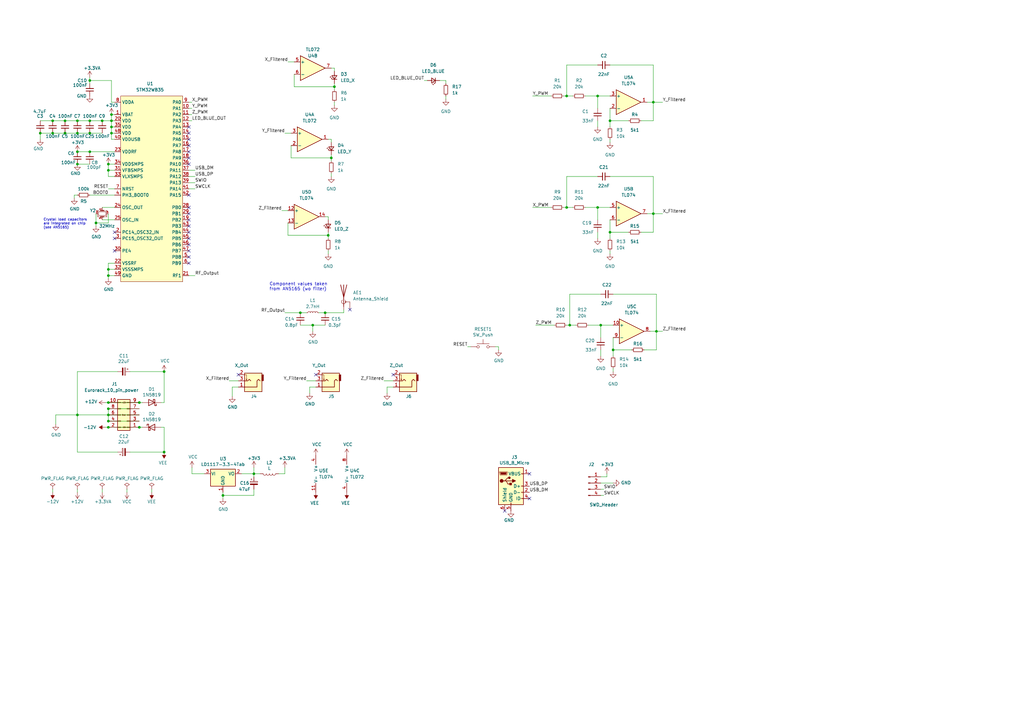
<source format=kicad_sch>
(kicad_sch (version 20211123) (generator eeschema)
  (paper "A3")
  (junction (at 233.68 133.35))
  (junction (at 267.97 87.63))
  (junction (at 246.38 133.35))
  (junction (at 31.75 49.53))
  (junction (at 251.46 143.51))
  (junction (at 31.75 170.18))
  (junction (at 135.89 64.77))
  (junction (at 123.19 128.27))
  (junction (at 57.15 175.26))
  (junction (at 45.72 52.07))
  (junction (at 104.14 194.31))
  (junction (at 26.67 54.61))
  (junction (at 137.16 35.56))
  (junction (at 133.35 128.27))
  (junction (at 57.15 165.1))
  (junction (at 91.44 203.2))
  (junction (at 44.45 172.72))
  (junction (at 134.62 96.52))
  (junction (at 36.83 62.23))
  (junction (at 36.83 33.02))
  (junction (at 184.15 -78.74))
  (junction (at 44.45 113.03))
  (junction (at 189.23 -83.82))
  (junction (at 36.83 54.61))
  (junction (at 170.18 -50.8))
  (junction (at 128.27 133.35))
  (junction (at 44.45 67.31))
  (junction (at 21.59 49.53))
  (junction (at 232.41 85.09))
  (junction (at 44.45 69.85))
  (junction (at 44.45 170.18))
  (junction (at 31.75 62.23))
  (junction (at 39.37 91.44))
  (junction (at 250.19 95.25))
  (junction (at 269.24 135.89))
  (junction (at 36.83 49.53))
  (junction (at 16.51 54.61))
  (junction (at 41.91 49.53))
  (junction (at 21.59 54.61))
  (junction (at 232.41 39.37))
  (junction (at 45.72 49.53))
  (junction (at 250.19 49.53))
  (junction (at 44.45 175.26))
  (junction (at 165.1 -45.72))
  (junction (at 67.31 152.4))
  (junction (at 44.45 167.64))
  (junction (at 26.67 49.53))
  (junction (at 245.11 39.37))
  (junction (at 245.11 85.09))
  (junction (at 31.75 54.61))
  (junction (at 31.75 67.31))
  (junction (at 267.97 41.91))
  (junction (at 45.72 46.99))
  (junction (at 44.45 165.1))
  (junction (at 179.07 -83.82))
  (junction (at 160.02 -50.8))
  (junction (at 44.45 110.49))
  (junction (at 67.31 185.42))
  (junction (at 45.72 54.61))
  (no_connect (at 77.47 95.25))
  (no_connect (at 46.99 95.25))
  (no_connect (at 77.47 90.17))
  (no_connect (at 97.79 153.67))
  (no_connect (at 207.01 209.55))
  (no_connect (at 157.48 -83.82))
  (no_connect (at 77.47 107.95))
  (no_connect (at 201.93 -50.8))
  (no_connect (at 196.85 -85.09))
  (no_connect (at 77.47 59.69))
  (no_connect (at 77.47 85.09))
  (no_connect (at 77.47 100.33))
  (no_connect (at 77.47 102.87))
  (no_connect (at 77.47 87.63))
  (no_connect (at 77.47 64.77))
  (no_connect (at 77.47 62.23))
  (no_connect (at 77.47 80.01))
  (no_connect (at 77.47 67.31))
  (no_connect (at 77.47 92.71))
  (no_connect (at 129.54 153.67))
  (no_connect (at 77.47 105.41))
  (no_connect (at 46.99 97.79))
  (no_connect (at 77.47 97.79))
  (no_connect (at 77.47 54.61))
  (no_connect (at 77.47 52.07))
  (no_connect (at 157.48 -50.8))
  (no_connect (at 217.17 204.47))
  (no_connect (at 161.29 153.67))
  (no_connect (at 77.47 57.15))
  (no_connect (at 143.51 127))
  (no_connect (at 46.99 102.87))
  (no_connect (at 217.17 194.31))
  (wire (pts (xy 161.29 158.75) (xy 158.75 158.75)))
  (wire (pts (xy 134.62 96.52) (xy 134.62 97.79)))
  (wire (pts (xy 104.14 191.77) (xy 104.14 194.31)))
  (wire (pts (xy 104.14 194.31) (xy 104.14 195.58)))
  (wire (pts (xy 46.99 41.91) (xy 45.72 41.91)))
  (wire (pts (xy 265.43 87.63) (xy 267.97 87.63)))
  (wire (pts (xy 91.44 201.93) (xy 91.44 203.2)))
  (wire (pts (xy 245.11 72.39) (xy 232.41 72.39)))
  (wire (pts (xy 22.86 173.99) (xy 22.86 170.18)))
  (wire (pts (xy 134.62 102.87) (xy 134.62 104.14)))
  (wire (pts (xy 246.38 143.51) (xy 246.38 146.05)))
  (wire (pts (xy 250.19 90.17) (xy 250.19 95.25)))
  (wire (pts (xy 43.18 175.26) (xy 44.45 175.26)))
  (wire (pts (xy 246.38 195.58) (xy 248.92 195.58)))
  (wire (pts (xy 31.75 185.42) (xy 31.75 170.18)))
  (wire (pts (xy 36.83 80.01) (xy 46.99 80.01)))
  (wire (pts (xy 251.46 138.43) (xy 251.46 143.51)))
  (wire (pts (xy 250.19 102.87) (xy 250.19 104.14)))
  (wire (pts (xy 77.47 41.91) (xy 78.74 41.91)))
  (wire (pts (xy 120.65 30.48) (xy 120.65 35.56)))
  (wire (pts (xy 120.65 35.56) (xy 137.16 35.56)))
  (wire (pts (xy 135.89 27.94) (xy 137.16 27.94)))
  (wire (pts (xy 245.11 39.37) (xy 250.19 39.37)))
  (wire (pts (xy 269.24 120.65) (xy 269.24 135.89)))
  (wire (pts (xy 123.19 128.27) (xy 125.73 128.27)))
  (wire (pts (xy 21.59 49.53) (xy 26.67 49.53)))
  (wire (pts (xy 31.75 152.4) (xy 31.75 170.18)))
  (wire (pts (xy 31.75 67.31) (xy 36.83 67.31)))
  (wire (pts (xy 189.23 -83.82) (xy 196.85 -83.82)))
  (wire (pts (xy 246.38 133.35) (xy 251.46 133.35)))
  (wire (pts (xy 44.45 69.85) (xy 44.45 67.31)))
  (wire (pts (xy 191.77 142.24) (xy 193.04 142.24)))
  (wire (pts (xy 182.88 33.02) (xy 182.88 34.29)))
  (wire (pts (xy 140.97 128.27) (xy 140.97 127)))
  (wire (pts (xy 97.79 156.21) (xy 93.98 156.21)))
  (wire (pts (xy 184.15 -78.74) (xy 189.23 -78.74)))
  (wire (pts (xy 95.25 158.75) (xy 95.25 162.56)))
  (wire (pts (xy 77.47 49.53) (xy 78.74 49.53)))
  (wire (pts (xy 251.46 143.51) (xy 259.08 143.51)))
  (wire (pts (xy 77.47 113.03) (xy 80.01 113.03)))
  (wire (pts (xy 240.03 85.09) (xy 245.11 85.09)))
  (wire (pts (xy 157.48 -50.8) (xy 160.02 -50.8)))
  (wire (pts (xy 16.51 49.53) (xy 21.59 49.53)))
  (wire (pts (xy 45.72 49.53) (xy 45.72 52.07)))
  (wire (pts (xy 226.06 39.37) (xy 218.44 39.37)))
  (wire (pts (xy 77.47 77.47) (xy 80.01 77.47)))
  (wire (pts (xy 41.91 90.17) (xy 46.99 90.17)))
  (wire (pts (xy 137.16 41.91) (xy 137.16 43.18)))
  (wire (pts (xy 182.88 39.37) (xy 182.88 40.64)))
  (wire (pts (xy 16.51 54.61) (xy 16.51 57.15)))
  (wire (pts (xy 137.16 35.56) (xy 137.16 36.83)))
  (wire (pts (xy 135.89 58.42) (xy 135.89 57.15)))
  (wire (pts (xy 104.14 200.66) (xy 104.14 203.2)))
  (wire (pts (xy 118.11 25.4) (xy 120.65 25.4)))
  (wire (pts (xy 44.45 91.44) (xy 39.37 91.44)))
  (wire (pts (xy 161.29 156.21) (xy 157.48 156.21)))
  (wire (pts (xy 251.46 143.51) (xy 251.46 146.05)))
  (wire (pts (xy 128.27 133.35) (xy 128.27 135.89)))
  (wire (pts (xy 246.38 198.12) (xy 251.46 198.12)))
  (wire (pts (xy 115.57 86.36) (xy 118.11 86.36)))
  (wire (pts (xy 44.45 67.31) (xy 46.99 67.31)))
  (wire (pts (xy 67.31 175.26) (xy 67.31 185.42)))
  (wire (pts (xy 41.91 49.53) (xy 45.72 49.53)))
  (wire (pts (xy 45.72 57.15) (xy 46.99 57.15)))
  (wire (pts (xy 26.67 49.53) (xy 31.75 49.53)))
  (wire (pts (xy 264.16 143.51) (xy 269.24 143.51)))
  (wire (pts (xy 26.67 54.61) (xy 31.75 54.61)))
  (wire (pts (xy 77.47 44.45) (xy 78.74 44.45)))
  (wire (pts (xy 127 158.75) (xy 127 161.29)))
  (wire (pts (xy 232.41 85.09) (xy 234.95 85.09)))
  (wire (pts (xy 44.45 69.85) (xy 46.99 69.85)))
  (wire (pts (xy 184.15 -78.74) (xy 184.15 -76.2)))
  (wire (pts (xy 41.91 85.09) (xy 46.99 85.09)))
  (wire (pts (xy 118.11 91.44) (xy 118.11 96.52)))
  (wire (pts (xy 78.74 194.31) (xy 83.82 194.31)))
  (wire (pts (xy 248.92 195.58) (xy 248.92 194.31)))
  (wire (pts (xy 250.19 57.15) (xy 250.19 58.42)))
  (wire (pts (xy 66.04 165.1) (xy 67.31 165.1)))
  (wire (pts (xy 57.15 175.26) (xy 58.42 175.26)))
  (wire (pts (xy 160.02 -50.8) (xy 162.56 -50.8)))
  (wire (pts (xy 44.45 72.39) (xy 44.45 69.85)))
  (wire (pts (xy 43.18 165.1) (xy 44.45 165.1)))
  (wire (pts (xy 233.68 133.35) (xy 236.22 133.35)))
  (wire (pts (xy 137.16 35.56) (xy 137.16 34.29)))
  (wire (pts (xy 232.41 72.39) (xy 232.41 85.09)))
  (wire (pts (xy 41.91 200.66) (xy 41.91 201.93)))
  (wire (pts (xy 262.89 95.25) (xy 267.97 95.25)))
  (wire (pts (xy 250.19 49.53) (xy 257.81 49.53)))
  (wire (pts (xy 104.14 194.31) (xy 106.68 194.31)))
  (wire (pts (xy 116.84 128.27) (xy 123.19 128.27)))
  (wire (pts (xy 45.72 54.61) (xy 45.72 57.15)))
  (wire (pts (xy 45.72 52.07) (xy 46.99 52.07)))
  (wire (pts (xy 36.83 54.61) (xy 41.91 54.61)))
  (wire (pts (xy 133.35 128.27) (xy 140.97 128.27)))
  (wire (pts (xy 232.41 133.35) (xy 233.68 133.35)))
  (wire (pts (xy 245.11 95.25) (xy 245.11 97.79)))
  (wire (pts (xy 39.37 91.44) (xy 39.37 92.71)))
  (wire (pts (xy 245.11 49.53) (xy 245.11 52.07)))
  (wire (pts (xy 31.75 200.66) (xy 31.75 201.93)))
  (wire (pts (xy 31.75 54.61) (xy 36.83 54.61)))
  (wire (pts (xy 262.89 49.53) (xy 267.97 49.53)))
  (wire (pts (xy 265.43 41.91) (xy 267.97 41.91)))
  (wire (pts (xy 267.97 49.53) (xy 267.97 41.91)))
  (wire (pts (xy 137.16 29.21) (xy 137.16 27.94)))
  (wire (pts (xy 30.48 80.01) (xy 31.75 80.01)))
  (wire (pts (xy 158.75 158.75) (xy 158.75 161.29)))
  (wire (pts (xy 16.51 54.61) (xy 21.59 54.61)))
  (wire (pts (xy 227.33 133.35) (xy 219.71 133.35)))
  (wire (pts (xy 53.34 185.42) (xy 67.31 185.42)))
  (wire (pts (xy 267.97 95.25) (xy 267.97 87.63)))
  (wire (pts (xy 170.18 -50.8) (xy 176.53 -50.8)))
  (wire (pts (xy 22.86 170.18) (xy 31.75 170.18)))
  (wire (pts (xy 31.75 152.4) (xy 48.26 152.4)))
  (wire (pts (xy 134.62 96.52) (xy 134.62 95.25)))
  (wire (pts (xy 233.68 120.65) (xy 233.68 133.35)))
  (wire (pts (xy 134.62 90.17) (xy 134.62 88.9)))
  (wire (pts (xy 118.11 96.52) (xy 134.62 96.52)))
  (wire (pts (xy 62.23 200.66) (xy 62.23 201.93)))
  (wire (pts (xy 172.72 -83.82) (xy 179.07 -83.82)))
  (wire (pts (xy 247.65 203.2) (xy 246.38 203.2)))
  (wire (pts (xy 129.54 158.75) (xy 127 158.75)))
  (wire (pts (xy 231.14 85.09) (xy 232.41 85.09)))
  (wire (pts (xy 246.38 120.65) (xy 233.68 120.65)))
  (wire (pts (xy 240.03 39.37) (xy 245.11 39.37)))
  (wire (pts (xy 119.38 59.69) (xy 119.38 64.77)))
  (wire (pts (xy 135.89 64.77) (xy 135.89 63.5)))
  (wire (pts (xy 45.72 46.99) (xy 45.72 49.53)))
  (wire (pts (xy 57.15 170.18) (xy 44.45 170.18)))
  (wire (pts (xy 267.97 87.63) (xy 271.78 87.63)))
  (wire (pts (xy 204.47 142.24) (xy 204.47 143.51)))
  (wire (pts (xy 135.89 71.12) (xy 135.89 72.39)))
  (wire (pts (xy 67.31 165.1) (xy 67.31 152.4)))
  (wire (pts (xy 44.45 113.03) (xy 44.45 110.49)))
  (wire (pts (xy 44.45 87.63) (xy 44.45 91.44)))
  (wire (pts (xy 66.04 175.26) (xy 67.31 175.26)))
  (wire (pts (xy 129.54 156.21) (xy 125.73 156.21)))
  (wire (pts (xy 53.34 152.4) (xy 67.31 152.4)))
  (wire (pts (xy 78.74 191.77) (xy 78.74 194.31)))
  (wire (pts (xy 57.15 165.1) (xy 58.42 165.1)))
  (wire (pts (xy 45.72 33.02) (xy 45.72 41.91)))
  (wire (pts (xy 44.45 165.1) (xy 57.15 165.1)))
  (wire (pts (xy 57.15 167.64) (xy 44.45 167.64)))
  (wire (pts (xy 165.1 -45.72) (xy 170.18 -45.72)))
  (wire (pts (xy 91.44 203.2) (xy 91.44 204.47)))
  (wire (pts (xy 250.19 95.25) (xy 250.19 97.79)))
  (wire (pts (xy 39.37 91.44) (xy 39.37 87.63)))
  (wire (pts (xy 31.75 49.53) (xy 36.83 49.53)))
  (wire (pts (xy 173.99 33.02) (xy 175.26 33.02)))
  (wire (pts (xy 250.19 44.45) (xy 250.19 49.53)))
  (wire (pts (xy 250.19 49.53) (xy 250.19 52.07)))
  (wire (pts (xy 45.72 46.99) (xy 46.99 46.99)))
  (wire (pts (xy 231.14 39.37) (xy 232.41 39.37)))
  (wire (pts (xy 232.41 39.37) (xy 234.95 39.37)))
  (wire (pts (xy 135.89 64.77) (xy 135.89 66.04)))
  (wire (pts (xy 44.45 170.18) (xy 44.45 172.72)))
  (wire (pts (xy 179.07 -83.82) (xy 181.61 -83.82)))
  (wire (pts (xy 44.45 175.26) (xy 57.15 175.26)))
  (wire (pts (xy 196.85 -83.82) (xy 196.85 -85.09)))
  (wire (pts (xy 167.64 -50.8) (xy 170.18 -50.8)))
  (wire (pts (xy 250.19 95.25) (xy 257.81 95.25)))
  (wire (pts (xy 246.38 200.66) (xy 247.65 200.66)))
  (wire (pts (xy 31.75 62.23) (xy 36.83 62.23)))
  (wire (pts (xy 45.72 49.53) (xy 46.99 49.53)))
  (wire (pts (xy 245.11 85.09) (xy 250.19 85.09)))
  (wire (pts (xy 269.24 143.51) (xy 269.24 135.89)))
  (wire (pts (xy 45.72 52.07) (xy 45.72 54.61)))
  (wire (pts (xy 266.7 135.89) (xy 269.24 135.89)))
  (wire (pts (xy 130.81 128.27) (xy 133.35 128.27)))
  (wire (pts (xy 165.1 -45.72) (xy 165.1 -43.18)))
  (wire (pts (xy 99.06 194.31) (xy 104.14 194.31)))
  (wire (pts (xy 246.38 133.35) (xy 246.38 138.43)))
  (wire (pts (xy 245.11 39.37) (xy 245.11 44.45)))
  (wire (pts (xy 179.07 -78.74) (xy 184.15 -78.74)))
  (wire (pts (xy 57.15 172.72) (xy 44.45 172.72)))
  (wire (pts (xy 116.84 54.61) (xy 119.38 54.61)))
  (wire (pts (xy 91.44 203.2) (xy 104.14 203.2)))
  (wire (pts (xy 267.97 72.39) (xy 267.97 87.63)))
  (wire (pts (xy 45.72 33.02) (xy 36.83 33.02)))
  (wire (pts (xy 251.46 151.13) (xy 251.46 152.4)))
  (wire (pts (xy 36.83 62.23) (xy 46.99 62.23)))
  (wire (pts (xy 180.34 33.02) (xy 182.88 33.02)))
  (wire (pts (xy 44.45 114.3) (xy 44.45 113.03)))
  (wire (pts (xy 251.46 120.65) (xy 269.24 120.65)))
  (wire (pts (xy 21.59 54.61) (xy 26.67 54.61)))
  (wire (pts (xy 21.59 200.66) (xy 21.59 201.93)))
  (wire (pts (xy 77.47 46.99) (xy 78.74 46.99)))
  (wire (pts (xy 77.47 74.93) (xy 80.01 74.93)))
  (wire (pts (xy 36.83 33.02) (xy 36.83 34.29)))
  (wire (pts (xy 44.45 113.03) (xy 46.99 113.03)))
  (wire (pts (xy 203.2 142.24) (xy 204.47 142.24)))
  (wire (pts (xy 250.19 26.67) (xy 267.97 26.67)))
  (wire (pts (xy 267.97 26.67) (xy 267.97 41.91)))
  (wire (pts (xy 116.84 194.31) (xy 114.3 194.31)))
  (wire (pts (xy 226.06 85.09) (xy 218.44 85.09)))
  (wire (pts (xy 186.69 -83.82) (xy 189.23 -83.82)))
  (wire (pts (xy 267.97 41.91) (xy 271.78 41.91)))
  (wire (pts (xy 241.3 133.35) (xy 246.38 133.35)))
  (wire (pts (xy 52.07 200.66) (xy 52.07 201.93)))
  (wire (pts (xy 77.47 72.39) (xy 80.01 72.39)))
  (wire (pts (xy 250.19 72.39) (xy 267.97 72.39)))
  (wire (pts (xy 44.45 110.49) (xy 46.99 110.49)))
  (wire (pts (xy 36.83 31.75) (xy 36.83 33.02)))
  (wire (pts (xy 44.45 167.64) (xy 44.45 170.18)))
  (wire (pts (xy 119.38 64.77) (xy 135.89 64.77)))
  (wire (pts (xy 160.02 -45.72) (xy 165.1 -45.72)))
  (wire (pts (xy 123.19 133.35) (xy 128.27 133.35)))
  (wire (pts (xy 133.35 88.9) (xy 134.62 88.9)))
  (wire (pts (xy 134.62 57.15) (xy 135.89 57.15)))
  (wire (pts (xy 97.79 158.75) (xy 95.25 158.75)))
  (wire (pts (xy 269.24 135.89) (xy 271.78 135.89)))
  (wire (pts (xy 128.27 133.35) (xy 133.35 133.35)))
  (wire (pts (xy 30.48 81.28) (xy 30.48 80.01)))
  (wire (pts (xy 44.45 77.47) (xy 46.99 77.47)))
  (wire (pts (xy 31.75 185.42) (xy 48.26 185.42)))
  (wire (pts (xy 245.11 85.09) (xy 245.11 90.17)))
  (wire (pts (xy 46.99 72.39) (xy 44.45 72.39)))
  (wire (pts (xy 44.45 107.95) (xy 46.99 107.95)))
  (wire (pts (xy 232.41 26.67) (xy 232.41 39.37)))
  (wire (pts (xy 245.11 26.67) (xy 232.41 26.67)))
  (wire (pts (xy 116.84 191.77) (xy 116.84 194.31)))
  (wire (pts (xy 31.75 170.18) (xy 44.45 170.18)))
  (wire (pts (xy 44.45 110.49) (xy 44.45 107.95)))
  (wire (pts (xy 45.72 54.61) (xy 46.99 54.61)))
  (wire (pts (xy 77.47 69.85) (xy 80.01 69.85)))
  (wire (pts (xy 36.83 49.53) (xy 41.91 49.53)))
  (text "Component values taken \nfrom AN5165 (wo filter)" (at 110.49 119.38 0) (effects (font (size 1.27 1.27)) (justify left bottom)))
  (text "Crystal load capacitors\nare integrated on chip\n(see AN5165)" (at 17.78 93.98 0) (effects (font (size 1 1)) (justify left bottom)))
  (label "RESET" (at 191.77 142.24 180))
  (label "SWCLK" (at 80.01 77.47 0))
  (label "USB_DP" (at 80.01 72.39 0))
  (label "BOOT0" (at 38.1 80.01 0))
  (label "RESET" (at 44.45 77.47 180))
  (label "USB_DM" (at 80.01 69.85 0))
  (label "SWCLK" (at 247.65 203.2 0))
  (label "USB_DP" (at 217.17 199.39 0))
  (label "Y_PWM" (at 218.44 39.37 0))
  (label "Z_Filtered" (at 271.78 135.89 0))
  (label "USB_DM" (at 217.17 201.93 0))
  (label "Y_Filtered" (at 125.73 156.21 180))
  (label "SWIO" (at 247.65 200.66 0))
  (label "RF_Output" (at 116.84 128.27 180))
  (label "Y_Filtered" (at 116.84 54.61 180))
  (label "LED_BLUE_OUT" (at 78.74 49.53 0))
  (label "Z_PWM" (at 219.71 133.35 0))
  (label "Z_PWM" (at 78.74 46.99 0))
  (label "X_Filtered" (at 93.98 156.21 180))
  (label "RF_Output" (at 80.01 113.03 0))
  (label "Z_Filtered" (at 115.57 86.36 180))
  (label "Y_Filtered" (at 271.78 41.91 0))
  (label "X_Filtered" (at 118.11 25.4 180))
  (label "X_PWM" (at 78.74 41.91 0))
  (label "SWIO" (at 80.01 74.93 0))
  (label "LED_BLUE_OUT" (at 173.99 33.02 180))
  (label "Y_PWM" (at 78.74 44.45 0))
  (label "X_Filtered" (at 271.78 87.63 0))
  (label "X_PWM" (at 218.44 85.09 0))
  (label "Z_Filtered" (at 157.48 156.21 180))
  (symbol (lib_id "Device:Antenna_Shield") (at 140.97 121.92 0) (unit 1)
    (property "Reference" "AE1" (at 144.78 120.0149 0) (effects (justify left)))
    (property "Value" "Antenna_Shield" (at 144.78 122.5549 0) (effects (justify left)))
    (property "Footprint" "Custom_Footprints:NN01_102" (effects hide))
  )
  (symbol (lib_id "Eurorack_Header:Eurorack_10_pin_power") (at 52.07 170.18 180) (unit 1)
    (property "Reference" "J1" (at 46.99 157.48 0))
    (property "Value" "Eurorack_10_pin_power" (at 45.72 160.02 0))
    (property "Footprint" "Custom_Footprints:Eurorack_10_pin_header" (effects hide))
  )
  (symbol (lib_id "power:GND") (at 245.11 97.79 0) (unit 1)
    (property "Reference" "#PWR041" (effects hide))
    (property "Value" "GND" (at 245.11 102.87 0))
  )
  (symbol (lib_id "power:GND") (at 251.46 152.4 0) (unit 1)
    (property "Reference" "#PWR044" (effects hide))
    (property "Value" "GND" (at 251.46 157.48 0))
  )
  (symbol (lib_id "Device:Crystal_GND24_Small") (at 41.91 87.63 270) (unit 1)
    (property "Reference" "Y2" (at 36.83 86.36 90) (effects (justify left)))
    (property "Value" "32MHz" (at 40.64 92.71 90) (effects (justify left)))
    (property "Footprint" "Crystal:Crystal_SMD_Abracon_ABM10-4Pin_2.5x2.0mm" (effects hide))
  )
  (symbol (lib_id "Device:R_Small") (at 237.49 85.09 90) (unit 1)
    (property "Reference" "R11" (at 237.49 78.74 90))
    (property "Value" "20k" (at 237.49 81.28 90))
    (property "Footprint" "Resistor_SMD:R_0603_1608Metric" (effects hide))
  )
  (symbol (lib_id "power:GND") (at 158.75 161.29 0) (unit 1)
    (property "Reference" "#PWR038" (effects hide))
    (property "Value" "GND" (at 158.877 165.6842 0))
  )
  (symbol (lib_id "power:GND") (at 39.37 92.71 0) (unit 1)
    (property "Reference" "#PWR0105" (effects hide))
    (property "Value" "GND" (at 39.497 97.1042 0))
  )
  (symbol (lib_id "power:PWR_FLAG") (at 31.75 200.66 0) (unit 1)
    (property "Reference" "#FLG02" (effects hide))
    (property "Value" "PWR_FLAG" (at 31.75 196.2404 0))
  )
  (symbol (lib_id "Device:C_Small") (at 245.11 92.71 180) (unit 1)
    (property "Reference" "C19" (at 238.76 91.4399 0) (effects (justify right)))
    (property "Value" "33nF" (at 238.76 95.2499 0) (effects (justify right)))
    (property "Footprint" "Capacitor_SMD:C_0603_1608Metric" (effects hide))
  )
  (symbol (lib_id "power:GND") (at 91.44 204.47 0) (unit 1)
    (property "Reference" "#PWR022" (effects hide))
    (property "Value" "GND" (at 91.567 208.8642 0))
  )
  (symbol (lib_id "Device:R_Small") (at 228.6 85.09 90) (unit 1)
    (property "Reference" "R9" (at 228.6 78.74 90))
    (property "Value" "20k" (at 228.6 81.28 90))
    (property "Footprint" "Resistor_SMD:R_0603_1608Metric" (effects hide))
  )
  (symbol (lib_id "power:GND") (at 165.1 -43.18 0) (unit 1)
    (property "Reference" "#PWR0104" (effects hide))
    (property "Value" "GND" (at 165.227 -38.7858 0))
  )
  (symbol (lib_id "power:PWR_FLAG") (at 52.07 200.66 0) (unit 1)
    (property "Reference" "#FLG04" (effects hide))
    (property "Value" "PWR_FLAG" (at 52.07 196.2404 0))
  )
  (symbol (lib_id "power:VCC") (at 52.07 201.93 180) (unit 1)
    (property "Reference" "#PWR016" (effects hide))
    (property "Value" "VCC" (at 52.07 205.74 0))
  )
  (symbol (lib_id "power:GND") (at 137.16 43.18 0) (unit 1)
    (property "Reference" "#PWR025" (effects hide))
    (property "Value" "GND" (at 137.16 48.26 0))
  )
  (symbol (lib_id "Device:C_Polarized_Small") (at 104.14 198.12 0) (unit 1)
    (property "Reference" "C16" (at 100.33 198.12 0))
    (property "Value" "47uF" (at 100.33 200.66 0))
    (property "Footprint" "Capacitor_SMD:CP_Elec_5x5.8" (effects hide))
    (property "Part_Number" "C134798" (effects hide))
    (property "Rotation" "360" (effects hide))
  )
  (symbol (lib_id "power:+3.3V") (at 248.92 194.31 0) (unit 1)
    (property "Reference" "#PWR029" (effects hide))
    (property "Value" "+3.3V" (at 246.38 190.5 0) (effects (justify left)))
  )
  (symbol (lib_id "Device:R_Small") (at 229.87 133.35 90) (unit 1)
    (property "Reference" "R10" (at 229.87 127 90))
    (property "Value" "20k" (at 229.87 129.54 90))
    (property "Footprint" "Resistor_SMD:R_0603_1608Metric" (effects hide))
  )
  (symbol (lib_id "Device:R_Small") (at 238.76 133.35 90) (unit 1)
    (property "Reference" "R12" (at 238.76 127 90))
    (property "Value" "20k" (at 238.76 129.54 90))
    (property "Footprint" "Resistor_SMD:R_0603_1608Metric" (effects hide))
  )
  (symbol (lib_id "Wurth_748351124:Wurth_748351124") (at 186.69 -50.8 0) (unit 1)
    (property "Reference" "FL1" (at 186.69 -63.5 0))
    (property "Value" "Wurth_748351124" (at 186.69 -60.96 0))
    (property "Footprint" "Custom_Footprints:Wurth_2.4GHz_Filter_2.5mm_2.0mm" (effects hide))
    (property "Datasheet" "https://www.mouser.co.uk/ProductDetail/Wurth-Elektronik/748351124?qs=%252BUQ4csG8Rse%252BzGb8ddaaqg%3D%3D" (effects hide))
  )
  (symbol (lib_id "Device:R_Small") (at 137.16 39.37 180) (unit 1)
    (property "Reference" "R6" (at 139.7 38.0999 0) (effects (justify right)))
    (property "Value" "1k" (at 139.7 40.6399 0) (effects (justify right)))
    (property "Footprint" "Resistor_SMD:R_0603_1608Metric" (effects hide))
  )
  (symbol (lib_id "Device:LED_Small") (at 135.89 60.96 90) (unit 1)
    (property "Reference" "D4" (at 138.43 59.6264 90) (effects (justify right)))
    (property "Value" "LED_Y" (at 138.43 62.1664 90) (effects (justify right)))
    (property "Footprint" "LED_THT:LED_D3.0mm_FlatTop" (effects hide))
  )
  (symbol (lib_id "power:GND") (at 128.27 135.89 0) (unit 1)
    (property "Reference" "#PWR023" (effects hide))
    (property "Value" "GND" (at 128.397 140.2842 0))
  )
  (symbol (lib_id "Device:R_Small") (at 261.62 143.51 90) (unit 1)
    (property "Reference" "R16" (at 261.62 140.97 90))
    (property "Value" "5k1" (at 261.62 147.32 90))
    (property "Footprint" "Resistor_SMD:R_0603_1608Metric" (effects hide))
  )
  (symbol (lib_id "Device:R_Small") (at 250.19 54.61 180) (unit 1)
    (property "Reference" "R3" (at 252.73 53.3399 0) (effects (justify right)))
    (property "Value" "10k" (at 252.73 55.8799 0) (effects (justify right)))
    (property "Footprint" "Resistor_SMD:R_0603_1608Metric" (effects hide))
  )
  (symbol (lib_id "power:GND") (at 30.48 81.28 0) (unit 1)
    (property "Reference" "#PWR06" (effects hide))
    (property "Value" "GND" (at 30.607 85.6742 0))
  )
  (symbol (lib_id "Connector:USB_B_Micro") (at 209.55 199.39 0) (unit 1)
    (property "Reference" "J3" (at 210.9978 187.5282 0))
    (property "Value" "USB_B_Micro" (at 210.9978 189.8396 0))
    (property "Footprint" "Custom_Footprints:USB_Micro-B_Amphenol" (effects hide))
  )
  (symbol (lib_id "power:+3.3V") (at 44.45 67.31 0) (unit 1)
    (property "Reference" "#PWR011" (effects hide))
    (property "Value" "+3.3V" (at 41.91 63.5 0) (effects (justify left)))
  )
  (symbol (lib_id "power:VEE") (at 62.23 201.93 180) (unit 1)
    (property "Reference" "#PWR017" (effects hide))
    (property "Value" "VEE" (at 62.23 205.74 0))
  )
  (symbol (lib_id "power:VCC") (at 78.74 191.77 0) (unit 1)
    (property "Reference" "#PWR021" (effects hide))
    (property "Value" "VCC" (at 79.1718 187.3758 0))
  )
  (symbol (lib_id "Amplifier_Operational:TL074") (at 132.08 194.31 0) (unit 5)
    (property "Reference" "U5" (at 130.81 193.0399 0) (effects (justify left)))
    (property "Value" "TL074" (at 130.81 195.5799 0) (effects (justify left)))
    (property "Footprint" "Package_SO:SOIC-14_3.9x8.7mm_P1.27mm" (effects hide))
    (property "Datasheet" "http://www.ti.com/lit/ds/symlink/tl071.pdf" (effects hide))
  )
  (symbol (lib_id "power:GND") (at 165.1 -76.2 0) (unit 1)
    (property "Reference" "#PWR033" (effects hide))
    (property "Value" "GND" (at 165.227 -71.8058 0))
  )
  (symbol (lib_id "power:VEE") (at 142.24 201.93 180) (unit 1)
    (property "Reference" "#PWR027" (effects hide))
    (property "Value" "VEE" (at 141.7828 206.3242 0))
  )
  (symbol (lib_id "power:PWR_FLAG") (at 41.91 200.66 0) (unit 1)
    (property "Reference" "#FLG03" (effects hide))
    (property "Value" "PWR_FLAG" (at 41.91 196.2404 0))
  )
  (symbol (lib_id "power:GND") (at 246.38 146.05 0) (unit 1)
    (property "Reference" "#PWR042" (effects hide))
    (property "Value" "GND" (at 246.38 151.13 0))
  )
  (symbol (lib_id "Device:R_Small") (at 134.62 100.33 180) (unit 1)
    (property "Reference" "R8" (at 137.16 99.0599 0) (effects (justify right)))
    (property "Value" "1k" (at 137.16 101.5999 0) (effects (justify right)))
    (property "Footprint" "Resistor_SMD:R_0603_1608Metric" (effects hide))
  )
  (symbol (lib_id "power:+3.3V") (at 104.14 191.77 0) (unit 1)
    (property "Reference" "#PWR028" (effects hide))
    (property "Value" "+3.3V" (at 104.14 187.96 0))
  )
  (symbol (lib_id "power:GND") (at 245.11 52.07 0) (unit 1)
    (property "Reference" "#PWR01" (effects hide))
    (property "Value" "GND" (at 245.11 57.15 0))
  )
  (symbol (lib_id "Device:C_Polarized_Small") (at 50.8 185.42 90) (unit 1)
    (property "Reference" "C12" (at 50.8 178.943 90))
    (property "Value" "22uF" (at 50.8 181.2544 90))
    (property "Footprint" "Capacitor_SMD:CP_Elec_4x5.4" (effects hide))
    (property "Part_Number" "C134793" (effects hide))
    (property "Rotation" "270" (effects hide))
  )
  (symbol (lib_id "Device:R_Small") (at 260.35 49.53 90) (unit 1)
    (property "Reference" "R4" (at 260.35 46.99 90))
    (property "Value" "5k1" (at 260.35 53.34 90))
    (property "Footprint" "Resistor_SMD:R_0603_1608Metric" (effects hide))
  )
  (symbol (lib_id "power:GND") (at 182.88 40.64 0) (unit 1)
    (property "Reference" "#PWR039" (effects hide))
    (property "Value" "GND" (at 182.88 45.72 0))
  )
  (symbol (lib_id "power:+3.3V") (at 31.75 62.23 0) (unit 1)
    (property "Reference" "#PWR07" (effects hide))
    (property "Value" "+3.3V" (at 29.21 58.42 0) (effects (justify left)))
  )
  (symbol (lib_id "Diode:1N5819") (at 62.23 165.1 180) (unit 1)
    (property "Reference" "D1" (at 62.23 159.6136 0))
    (property "Value" "1N5819" (at 62.23 161.925 0))
    (property "Footprint" "Diode_SMD:D_SOD-123" (effects hide))
    (property "Datasheet" "https://datasheet.lcsc.com/szlcsc/Changjiang-Electronics-Tech-CJ-B5819W_C8598.pdf" (effects hide))
    (property "Part_Number" "C8598" (effects hide))
  )
  (symbol (lib_id "power:+3.3VA") (at 116.84 191.77 0) (unit 1)
    (property "Reference" "#PWR031" (effects hide))
    (property "Value" "+3.3VA" (at 114.3 187.96 0) (effects (justify left)))
  )
  (symbol (lib_id "Device:R_Small") (at 182.88 36.83 180) (unit 1)
    (property "Reference" "R17" (at 185.42 35.5599 0) (effects (justify right)))
    (property "Value" "1k" (at 185.42 38.0999 0) (effects (justify right)))
    (property "Footprint" "Resistor_SMD:R_0603_1608Metric" (effects hide))
  )
  (symbol (lib_id "thonkiconn:AudioJack2_Ground_Switch") (at 102.87 156.21 180) (unit 1)
    (property "Reference" "J4" (at 104.14 162.56 0))
    (property "Value" "X_Out" (at 99.06 149.86 0))
    (property "Footprint" "Custom_Footprints:Jack_3.5mm_QingPu_WQP-PJ302M_Horizontal" (effects hide))
  )
  (symbol (lib_id "Device:C_Small") (at 189.23 -81.28 0) (unit 1)
    (property "Reference" "C18" (at 191.77 -81.28 0) (effects (justify left)))
    (property "Value" "1.2pF" (at 190.5 -78.74 0) (effects (justify left)))
    (property "Footprint" "Capacitor_SMD:C_0402_1005Metric" (effects hide))
  )
  (symbol (lib_id "Device:C_Small") (at 179.07 -81.28 0) (unit 1)
    (property "Reference" "C17" (at 172.72 -81.28 0) (effects (justify left)))
    (property "Value" "DNF" (at 173.99 -78.74 0) (effects (justify left)))
    (property "Footprint" "Capacitor_SMD:C_0402_1005Metric" (effects hide))
  )
  (symbol (lib_id "Device:R_Small") (at 135.89 68.58 180) (unit 1)
    (property "Reference" "R7" (at 138.43 67.3099 0) (effects (justify right)))
    (property "Value" "1k" (at 138.43 69.8499 0) (effects (justify right)))
    (property "Footprint" "Resistor_SMD:R_0603_1608Metric" (effects hide))
  )
  (symbol (lib_id "Device:C_Small") (at 31.75 64.77 0) (unit 1)
    (property "Reference" "C6" (at 30.48 62.865 0) (effects (justify right)))
    (property "Value" "100nF" (at 31.115 66.675 0) (effects (justify right)))
    (property "Footprint" "Capacitor_SMD:C_0603_1608Metric" (effects hide))
  )
  (symbol (lib_id "power:GND") (at 44.45 114.3 0) (unit 1)
    (property "Reference" "#PWR012" (effects hide))
    (property "Value" "GND" (at 44.577 118.6942 0))
  )
  (symbol (lib_id "Amplifier_Operational:TL072") (at 128.27 27.94 0) (unit 2)
    (property "Reference" "U4" (at 128.27 22.86 0))
    (property "Value" "TL072" (at 128.27 20.32 0))
    (property "Footprint" "Package_SO:SOIC-8_3.9x4.9mm_P1.27mm" (effects hide))
    (property "Datasheet" "http://www.ti.com/lit/ds/symlink/tl071.pdf" (effects hide))
  )
  (symbol (lib_id "Device:C_Small") (at 133.35 130.81 0) (unit 1)
    (property "Reference" "C15" (at 135.89 130.81 0) (effects (justify left)))
    (property "Value" "0.3pF" (at 134.62 133.35 0) (effects (justify left)))
    (property "Footprint" "Capacitor_SMD:C_0402_1005Metric" (effects hide))
  )
  (symbol (lib_id "Device:C_Small") (at 16.51 52.07 0) (unit 1)
    (property "Reference" "C3" (at 17.78 47.625 0) (effects (justify right)))
    (property "Value" "4.7uF" (at 19.05 45.72 0) (effects (justify right)))
    (property "Footprint" "Capacitor_SMD:C_0603_1608Metric" (effects hide))
  )
  (symbol (lib_id "Device:L") (at 110.49 194.31 270) (unit 1)
    (property "Reference" "L2" (at 110.49 189.7888 90))
    (property "Value" "L" (at 110.49 192.1002 90))
    (property "Footprint" "Inductor_SMD:L_0805_2012Metric" (effects hide))
    (property "Part_Number" "C1046" (effects hide))
  )
  (symbol (lib_id "power:VEE") (at 129.54 201.93 180) (unit 1)
    (property "Reference" "#PWR0101" (effects hide))
    (property "Value" "VEE" (at 129.0828 206.3242 0))
  )
  (symbol (lib_id "power:GND") (at 204.47 143.51 0) (unit 1)
    (property "Reference" "#PWR034" (effects hide))
    (property "Value" "GND" (at 204.597 147.9042 0))
  )
  (symbol (lib_id "power:+3.3V") (at 45.72 46.99 0) (unit 1)
    (property "Reference" "#PWR0107" (effects hide))
    (property "Value" "+3.3V" (at 43.18 43.18 0) (effects (justify left)))
  )
  (symbol (lib_id "Device:LED_Small") (at 134.62 92.71 90) (unit 1)
    (property "Reference" "D5" (at 137.16 91.3764 90) (effects (justify right)))
    (property "Value" "LED_Z" (at 137.16 93.9164 90) (effects (justify right)))
    (property "Footprint" "LED_THT:LED_D3.0mm_FlatTop" (effects hide))
  )
  (symbol (lib_id "power:+3.3VA") (at 41.91 201.93 180) (unit 1)
    (property "Reference" "#PWR013" (effects hide))
    (property "Value" "+3.3VA" (at 45.72 205.74 0) (effects (justify left)))
  )
  (symbol (lib_id "Amplifier_Operational:TL074") (at 257.81 41.91 0) (unit 1)
    (property "Reference" "U5" (at 257.81 31.75 0))
    (property "Value" "TL074" (at 257.81 34.29 0))
    (property "Footprint" "Package_SO:SOIC-14_3.9x8.7mm_P1.27mm" (effects hide))
    (property "Datasheet" "http://www.ti.com/lit/ds/symlink/tl071.pdf" (effects hide))
  )
  (symbol (lib_id "power:PWR_FLAG") (at 21.59 200.66 0) (unit 1)
    (property "Reference" "#FLG01" (effects hide))
    (property "Value" "PWR_FLAG" (at 21.59 196.2404 0))
  )
  (symbol (lib_id "Device:L_Small") (at 165.1 -50.8 90) (unit 1)
    (property "Reference" "L3" (at 165.1 -55.88 90))
    (property "Value" "3.6nH" (at 165.1 -53.34 90))
    (property "Footprint" "Inductor_SMD:L_0402_1005Metric" (effects hide))
  )
  (symbol (lib_id "power:VCC") (at 67.31 152.4 0) (unit 1)
    (property "Reference" "#PWR018" (effects hide))
    (property "Value" "VCC" (at 67.7418 148.0058 0))
  )
  (symbol (lib_id "Device:C_Small") (at 248.92 120.65 270) (unit 1)
    (property "Reference" "C22" (at 248.92 116.84 90))
    (property "Value" "22nF" (at 248.92 124.46 90))
    (property "Footprint" "Capacitor_SMD:C_0603_1608Metric" (effects hide))
  )
  (symbol (lib_id "Device:C_Small") (at 41.91 52.07 0) (unit 1)
    (property "Reference" "C9" (at 43.18 47.625 0) (effects (justify right)))
    (property "Value" "100nF" (at 45.085 55.88 0) (effects (justify right)))
    (property "Footprint" "Capacitor_SMD:C_0603_1608Metric" (effects hide))
  )
  (symbol (lib_id "Device:C_Small") (at 245.11 46.99 180) (unit 1)
    (property "Reference" "C1" (at 238.76 45.7199 0) (effects (justify right)))
    (property "Value" "33nF" (at 238.76 49.5299 0) (effects (justify right)))
    (property "Footprint" "Capacitor_SMD:C_0603_1608Metric" (effects hide))
  )
  (symbol (lib_id "Amplifier_Operational:TL074") (at 259.08 135.89 0) (unit 3)
    (property "Reference" "U5" (at 259.08 125.73 0))
    (property "Value" "TL074" (at 259.08 128.27 0))
    (property "Footprint" "Package_SO:SOIC-14_3.9x8.7mm_P1.27mm" (effects hide))
    (property "Datasheet" "http://www.ti.com/lit/ds/symlink/tl071.pdf" (effects hide))
  )
  (symbol (lib_id "power:+12V") (at 43.18 165.1 90) (unit 1)
    (property "Reference" "#PWR014" (effects hide))
    (property "Value" "+12V" (at 39.9288 164.719 90) (effects (justify left)))
  )
  (symbol (lib_id "Device:L_Small") (at 184.15 -83.82 90) (unit 1)
    (property "Reference" "L4" (at 184.15 -88.9 90))
    (property "Value" "3.6nH" (at 184.15 -86.36 90))
    (property "Footprint" "Inductor_SMD:L_0402_1005Metric" (effects hide))
  )
  (symbol (lib_id "Device:C_Polarized_Small") (at 50.8 152.4 270) (unit 1)
    (property "Reference" "C11" (at 50.8 145.923 90))
    (property "Value" "22uF" (at 50.8 148.2344 90))
    (property "Footprint" "Capacitor_SMD:CP_Elec_4x5.4" (effects hide))
    (property "Part_Number" "C134798" (effects hide))
    (property "Rotation" "360" (effects hide))
  )
  (symbol (lib_id "Amplifier_Operational:TL074") (at 125.73 88.9 0) (unit 4)
    (property "Reference" "U5" (at 125.73 78.74 0))
    (property "Value" "TL074" (at 125.73 81.28 0))
    (property "Footprint" "Package_SO:SOIC-14_3.9x8.7mm_P1.27mm" (effects hide))
    (property "Datasheet" "http://www.ti.com/lit/ds/symlink/tl071.pdf" (effects hide))
  )
  (symbol (lib_id "Device:R_Small") (at 34.29 80.01 90) (unit 1)
    (property "Reference" "R5" (at 34.29 82.55 90))
    (property "Value" "100k" (at 34.29 77.47 90))
    (property "Footprint" "Resistor_SMD:R_0603_1608Metric" (effects hide))
    (property "Part_Number" "C25803" (effects hide))
  )
  (symbol (lib_id "thonkiconn:AudioJack2_Ground_Switch") (at 166.37 156.21 180) (unit 1)
    (property "Reference" "J6" (at 167.64 162.56 0))
    (property "Value" "Z_Out" (at 162.56 149.86 0))
    (property "Footprint" "Custom_Footprints:Jack_3.5mm_QingPu_WQP-PJ302M_Horizontal" (effects hide))
  )
  (symbol (lib_id "power:GND") (at 209.55 209.55 0) (unit 1)
    (property "Reference" "#PWR032" (effects hide))
    (property "Value" "GND" (at 210.82 213.36 0) (effects (justify right)))
  )
  (symbol (lib_id "Amplifier_Operational:TL074") (at 257.81 87.63 0) (unit 2)
    (property "Reference" "U5" (at 257.81 77.47 0))
    (property "Value" "TL074" (at 257.81 80.01 0))
    (property "Footprint" "Package_SO:SOIC-14_3.9x8.7mm_P1.27mm" (effects hide))
    (property "Datasheet" "http://www.ti.com/lit/ds/symlink/tl071.pdf" (effects hide))
  )
  (symbol (lib_id "Device:R_Small") (at 250.19 100.33 180) (unit 1)
    (property "Reference" "R13" (at 252.73 99.0599 0) (effects (justify right)))
    (property "Value" "10k" (at 252.73 101.5999 0) (effects (justify right)))
    (property "Footprint" "Resistor_SMD:R_0603_1608Metric" (effects hide))
  )
  (symbol (lib_id "Device:C_Small") (at 123.19 130.81 0) (unit 1)
    (property "Reference" "C14" (at 116.84 130.81 0) (effects (justify left)))
    (property "Value" "0.8pF" (at 116.84 133.35 0) (effects (justify left)))
    (property "Footprint" "Capacitor_SMD:C_0402_1005Metric" (effects hide))
  )
  (symbol (lib_id "Device:C_Small") (at 170.18 -48.26 0) (unit 1)
    (property "Reference" "C24" (at 172.72 -48.26 0) (effects (justify left)))
    (property "Value" "1.2pF" (at 171.45 -45.72 0) (effects (justify left)))
    (property "Footprint" "Capacitor_SMD:C_0402_1005Metric" (effects hide))
  )
  (symbol (lib_id "Device:C_Small") (at 246.38 140.97 180) (unit 1)
    (property "Reference" "C20" (at 240.03 139.6999 0) (effects (justify right)))
    (property "Value" "33nF" (at 240.03 143.5099 0) (effects (justify right)))
    (property "Footprint" "Capacitor_SMD:C_0603_1608Metric" (effects hide))
  )
  (symbol (lib_id "power:+3.3VA") (at 36.83 31.75 0) (unit 1)
    (property "Reference" "#PWR0103" (effects hide))
    (property "Value" "+3.3VA" (at 34.29 27.94 0) (effects (justify left)))
  )
  (symbol (lib_id "Diode:1N5819") (at 62.23 175.26 0) (unit 1)
    (property "Reference" "D2" (at 62.23 169.7736 0))
    (property "Value" "1N5819" (at 62.23 172.085 0))
    (property "Footprint" "Diode_SMD:D_SOD-123" (effects hide))
    (property "Datasheet" "https://datasheet.lcsc.com/szlcsc/Changjiang-Electronics-Tech-CJ-B5819W_C8598.pdf" (effects hide))
    (property "Part_Number" "C8598" (effects hide))
  )
  (symbol (lib_id "Device:R_Small") (at 228.6 39.37 90) (unit 1)
    (property "Reference" "R1" (at 228.6 33.02 90))
    (property "Value" "20k" (at 228.6 35.56 90))
    (property "Footprint" "Resistor_SMD:R_0603_1608Metric" (effects hide))
  )
  (symbol (lib_id "Device:R_Small") (at 251.46 148.59 180) (unit 1)
    (property "Reference" "R14" (at 254 147.3199 0) (effects (justify right)))
    (property "Value" "10k" (at 254 149.8599 0) (effects (justify right)))
    (property "Footprint" "Resistor_SMD:R_0603_1608Metric" (effects hide))
  )
  (symbol (lib_id "power:-12V") (at 21.59 201.93 180) (unit 1)
    (property "Reference" "#PWR04" (effects hide))
    (property "Value" "-12V" (at 21.59 205.74 0))
  )
  (symbol (lib_id "thonkiconn:AudioJack2_Ground_Switch") (at 134.62 156.21 180) (unit 1)
    (property "Reference" "J5" (at 135.89 162.56 0))
    (property "Value" "Y_Out" (at 130.81 149.86 0))
    (property "Footprint" "Custom_Footprints:Jack_3.5mm_QingPu_WQP-PJ302M_Horizontal" (effects hide))
  )
  (symbol (lib_id "LD1117-3.3-4Tab:LD1117-3.3-4Tab") (at 91.44 194.31 0) (unit 1)
    (property "Reference" "U3" (at 91.44 188.1632 0))
    (property "Value" "LD1117-3.3-4Tab" (at 91.44 190.4746 0))
    (property "Footprint" "Package_TO_SOT_SMD:SOT-223-3_TabPin2" (effects hide))
    (property "Datasheet" "http://www.diodes.com/datasheets/AP1117.pdf" (effects hide))
  )
  (symbol (lib_id "Device:L_Small") (at 128.27 128.27 90) (unit 1)
    (property "Reference" "L1" (at 128.27 123.19 90))
    (property "Value" "2.7nH" (at 128.27 125.73 90))
    (property "Footprint" "Inductor_SMD:L_0402_1005Metric" (effects hide))
  )
  (symbol (lib_id "Device:R_Small") (at 237.49 39.37 90) (unit 1)
    (property "Reference" "R2" (at 237.49 33.02 90))
    (property "Value" "20k" (at 237.49 35.56 90))
    (property "Footprint" "Resistor_SMD:R_0603_1608Metric" (effects hide))
  )
  (symbol (lib_id "power:GND") (at 22.86 173.99 0) (unit 1)
    (property "Reference" "#PWR05" (effects hide))
    (property "Value" "GND" (at 22.987 178.3842 0))
  )
  (symbol (lib_id "power:+12V") (at 31.75 201.93 180) (unit 1)
    (property "Reference" "#PWR09" (effects hide))
    (property "Value" "+12V" (at 34.29 205.74 0) (effects (justify left)))
  )
  (symbol (lib_id "RF_Filters:MLPF-WB-01E3") (at 165.1 -81.28 0) (unit 1)
    (property "Reference" "U2" (at 165.1 -92.71 0))
    (property "Value" "MLPF-WB-01E3" (at 165.1 -90.17 0))
    (property "Footprint" "Custom_Footprints:MLPF-WB-01E3" (effects hide))
  )
  (symbol (lib_id "Device:LED_Small") (at 177.8 33.02 180) (unit 1)
    (property "Reference" "D6" (at 177.7365 26.67 0))
    (property "Value" "LED_BLUE" (at 177.7365 29.21 0))
    (property "Footprint" "LED_THT:LED_D3.0mm_FlatTop" (effects hide))
  )
  (symbol (lib_id "power:VEE") (at 67.31 185.42 180) (unit 1)
    (property "Reference" "#PWR019" (effects hide))
    (property "Value" "VEE" (at 66.8528 189.8142 0))
  )
  (symbol (lib_id "power:GND") (at 184.15 -76.2 0) (unit 1)
    (property "Reference" "#PWR035" (effects hide))
    (property "Value" "GND" (at 184.277 -71.8058 0))
  )
  (symbol (lib_id "power:GND") (at 250.19 58.42 0) (unit 1)
    (property "Reference" "#PWR02" (effects hide))
    (property "Value" "GND" (at 250.19 63.5 0))
  )
  (symbol (lib_id "STM32WB35:STM32WB35") (at 61.595 83.82 0) (unit 1)
    (property "Reference" "U1" (at 61.5315 34.29 0))
    (property "Value" "STM32WB35" (at 61.5315 36.83 0))
    (property "Footprint" "Package_DFN_QFN:QFN-48-1EP_7x7mm_P0.5mm_EP5.15x5.15mm_ThermalVias" (effects hide))
  )
  (symbol (lib_id "power:GND") (at 16.51 57.15 0) (unit 1)
    (property "Reference" "#PWR03" (effects hide))
    (property "Value" "GND" (at 17.78 60.96 0) (effects (justify right)))
  )
  (symbol (lib_id "Amplifier_Operational:TL072") (at 144.78 194.31 0) (unit 3)
    (property "Reference" "U4" (at 143.51 193.0399 0) (effects (justify left)))
    (property "Value" "TL072" (at 143.51 195.5799 0) (effects (justify left)))
    (property "Footprint" "Package_SO:SOIC-8_3.9x4.9mm_P1.27mm" (effects hide))
    (property "Datasheet" "http://www.ti.com/lit/ds/symlink/tl071.pdf" (effects hide))
  )
  (symbol (lib_id "Device:C_Small") (at 21.59 52.07 0) (unit 1)
    (property "Reference" "C4" (at 22.86 47.625 0) (effects (justify right)))
    (property "Value" "100nF" (at 24.765 55.88 0) (effects (justify right)))
    (property "Footprint" "Capacitor_SMD:C_0603_1608Metric" (effects hide))
  )
  (symbol (lib_id "Device:C_Small") (at 247.65 26.67 270) (unit 1)
    (property "Reference" "C2" (at 247.65 22.86 90))
    (property "Value" "22nF" (at 247.65 30.48 90))
    (property "Footprint" "Capacitor_SMD:C_0603_1608Metric" (effects hide))
  )
  (symbol (lib_id "Device:C_Small") (at 36.83 52.07 0) (unit 1)
    (property "Reference" "C25" (at 38.735 55.88 0) (effects (justify right)))
    (property "Value" "100nF" (at 40.005 47.625 0) (effects (justify right)))
    (property "Footprint" "Capacitor_SMD:C_0603_1608Metric" (effects hide))
  )
  (symbol (lib_id "Device:C_Small") (at 247.65 72.39 270) (unit 1)
    (property "Reference" "C21" (at 247.65 68.58 90))
    (property "Value" "22nF" (at 247.65 76.2 90))
    (property "Footprint" "Capacitor_SMD:C_0603_1608Metric" (effects hide))
  )
  (symbol (lib_id "Connector:Conn_01x04_Male") (at 241.3 198.12 0) (unit 1)
    (property "Reference" "J2" (at 242.57 190.5 0))
    (property "Value" "SWD_Header" (at 247.65 207.01 0))
    (property "Footprint" "Custom_Footprints:SWD_header" (effects hide))
  )
  (symbol (lib_id "power:PWR_FLAG") (at 62.23 200.66 0) (unit 1)
    (property "Reference" "#FLG05" (effects hide))
    (property "Value" "PWR_FLAG" (at 62.23 196.2404 0))
  )
  (symbol (lib_id "power:-12V") (at 43.18 175.26 90) (unit 1)
    (property "Reference" "#PWR015" (effects hide))
    (property "Value" "-12V" (at 36.83 175.26 90))
  )
  (symbol (lib_id "Device:C_Small") (at 31.75 52.07 0) (unit 1)
    (property "Reference" "C7" (at 33.02 47.625 0) (effects (justify right)))
    (property "Value" "100nF" (at 34.925 55.88 0) (effects (justify right)))
    (property "Footprint" "Capacitor_SMD:C_0603_1608Metric" (effects hide))
  )
  (symbol (lib_id "power:GND") (at 250.19 104.14 0) (unit 1)
    (property "Reference" "#PWR043" (effects hide))
    (property "Value" "GND" (at 250.19 109.22 0))
  )
  (symbol (lib_id "power:GND") (at 135.89 72.39 0) (unit 1)
    (property "Reference" "#PWR024" (effects hide))
    (property "Value" "GND" (at 135.89 77.47 0))
  )
  (symbol (lib_id "Device:C_Small") (at 36.83 64.77 0) (unit 1)
    (property "Reference" "C8" (at 37.465 66.675 0) (effects (justify left)))
    (property "Value" "100pF" (at 35.56 68.58 0) (effects (justify left)))
    (property "Footprint" "Capacitor_SMD:C_0402_1005Metric" (effects hide))
  )
  (symbol (lib_id "power:GND") (at 36.83 39.37 0) (unit 1)
    (property "Reference" "#PWR010" (effects hide))
    (property "Value" "GND" (at 35.56 39.37 0) (effects (justify right)))
  )
  (symbol (lib_id "power:GND") (at 95.25 162.56 0) (unit 1)
    (property "Reference" "#PWR036" (effects hide))
    (property "Value" "GND" (at 95.377 166.9542 0))
  )
  (symbol (lib_id "Device:C_Small") (at 199.39 -50.8 90) (unit 1)
    (property "Reference" "C13" (at 199.39 -55.88 90))
    (property "Value" "10nF" (at 199.39 -53.34 90))
    (property "Footprint" "Capacitor_SMD:C_0402_1005Metric" (effects hide))
  )
  (symbol (lib_id "power:VCC") (at 142.24 186.69 0) (unit 1)
    (property "Reference" "#PWR026" (effects hide))
    (property "Value" "VCC" (at 142.6718 182.2958 0))
  )
  (symbol (lib_id "power:VCC") (at 129.54 186.69 0) (unit 1)
    (property "Reference" "#PWR0102" (effects hide))
    (property "Value" "VCC" (at 129.9718 182.2958 0))
  )
  (symbol (lib_id "Switch:SW_Push") (at 198.12 142.24 0) (unit 1)
    (property "Reference" "RESET1" (at 198.12 135.001 0))
    (property "Value" "SW_Push" (at 198.12 137.3124 0))
    (property "Footprint" "Button_Switch_THT:SW_Tactile_SPST_Angled_PTS645Vx58-2LFS" (effects hide))
  )
  (symbol (lib_id "power:GND") (at 134.62 104.14 0) (unit 1)
    (property "Reference" "#PWR020" (effects hide))
    (property "Value" "GND" (at 134.62 109.22 0))
  )
  (symbol (lib_id "Amplifier_Operational:TL072") (at 127 57.15 0) (unit 1)
    (property "Reference" "U4" (at 127 46.99 0))
    (property "Value" "TL072" (at 127 49.53 0))
    (property "Footprint" "Package_SO:SOIC-8_3.9x4.9mm_P1.27mm" (effects hide))
    (property "Datasheet" "http://www.ti.com/lit/ds/symlink/tl071.pdf" (effects hide))
  )
  (symbol (lib_id "power:GND") (at 127 161.29 0) (unit 1)
    (property "Reference" "#PWR037" (effects hide))
    (property "Value" "GND" (at 127.127 165.6842 0))
  )
  (symbol (lib_id "Device:LED_Small") (at 137.16 31.75 90) (unit 1)
    (property "Reference" "D3" (at 139.7 30.4164 90) (effects (justify right)))
    (property "Value" "LED_X" (at 139.7 32.9564 90) (effects (justify right)))
    (property "Footprint" "LED_THT:LED_D3.0mm_FlatTop" (effects hide))
  )
  (symbol (lib_id "power:GND") (at 31.75 67.31 0) (unit 1)
    (property "Reference" "#PWR08" (effects hide))
    (property "Value" "GND" (at 33.02 71.12 0) (effects (justify right)))
  )
  (symbol (lib_id "Device:R_Small") (at 260.35 95.25 90) (unit 1)
    (property "Reference" "R15" (at 260.35 92.71 90))
    (property "Value" "5k1" (at 260.35 99.06 90))
    (property "Footprint" "Resistor_SMD:R_0603_1608Metric" (effects hide))
  )
  (symbol (lib_id "Device:C_Small") (at 160.02 -48.26 0) (unit 1)
    (property "Reference" "C23" (at 153.67 -48.26 0) (effects (justify left)))
    (property "Value" "DNF" (at 154.94 -45.72 0) (effects (justify left)))
    (property "Footprint" "Capacitor_SMD:C_0402_1005Metric" (effects hide))
  )
  (symbol (lib_id "Device:C_Small") (at 26.67 52.07 0) (unit 1)
    (property "Reference" "C5" (at 27.94 55.88 0) (effects (justify right)))
    (property "Value" "100nF" (at 29.845 47.625 0) (effects (justify right)))
    (property "Footprint" "Capacitor_SMD:C_0402_1005Metric" (effects hide))
  )
  (symbol (lib_id "Device:C_Small") (at 36.83 36.83 180) (unit 1)
    (property "Reference" "C10" (at 31.75 33.02 0) (effects (justify right)))
    (property "Value" "100nF" (at 29.845 34.925 0) (effects (justify right)))
    (property "Footprint" "Capacitor_SMD:C_0603_1608Metric" (effects hide))
  )
  (symbol (lib_id "power:GND") (at 251.46 198.12 90) (unit 1)
    (property "Reference" "#PWR030" (effects hide))
    (property "Value" "GND" (at 254.7112 197.993 90) (effects (justify right)))
  )
)
</source>
